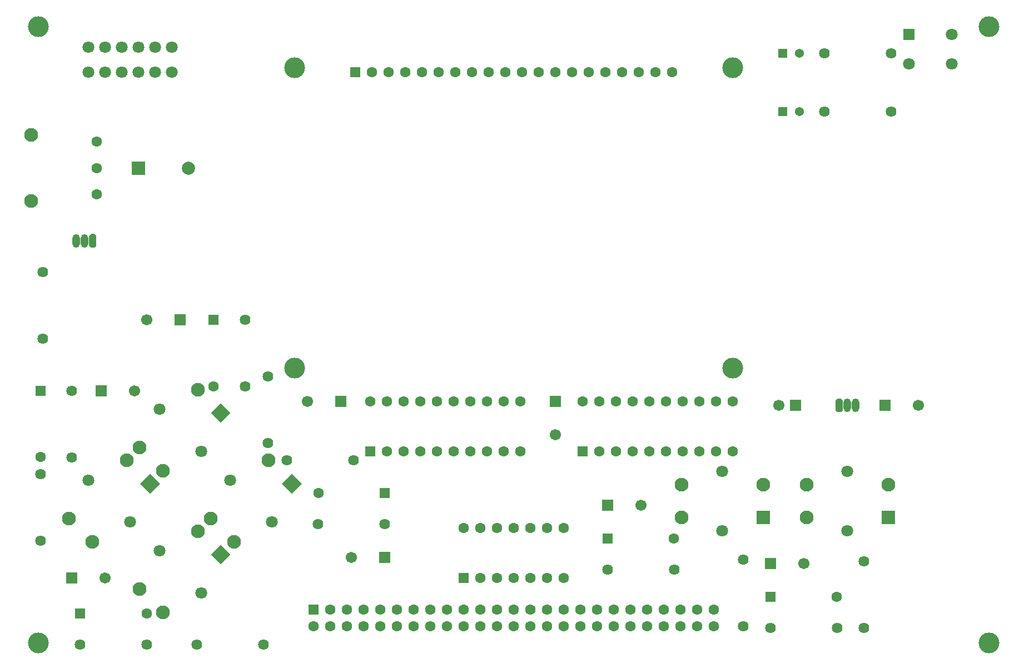
<source format=gbr>
G04 DipTrace 2.4.0.2*
%INTopMask.gbr*%
%MOIN*%
%ADD19R,0.063X0.063*%
%ADD30C,0.0787*%
%ADD31R,0.0787X0.0787*%
%ADD32R,0.0669X0.0669*%
%ADD34C,0.067*%
%ADD37C,0.125*%
%ADD38C,0.0709*%
%ADD50C,0.071*%
%ADD51C,0.0709*%
%ADD52R,0.0709X0.0709*%
%ADD53R,0.0827X0.0827*%
%ADD54C,0.0827*%
%ADD55C,0.064*%
%ADD56C,0.064*%
%ADD57O,0.0434X0.0827*%
%ADD58R,0.054X0.054*%
%ADD59C,0.054*%
%ADD60C,0.0631*%
%FSLAX44Y44*%
G04*
G70*
G90*
G75*
G01*
%LNTopMask*%
%LPD*%
D34*
X8000Y20875D3*
D32*
X10000D3*
D34*
X5500Y5375D3*
D32*
X3500D3*
D34*
X7250Y16625D3*
D32*
X5250D3*
D34*
X20250Y6625D3*
D32*
X22250D3*
D34*
X37625Y9750D3*
D32*
X35625D3*
D34*
X47375Y6250D3*
D32*
X45375D3*
D34*
X45875Y15750D3*
D32*
X46875D3*
D34*
X54250D3*
D32*
X52250D3*
D34*
X17630Y16000D3*
D32*
X19630D3*
D34*
X32500Y14000D3*
D32*
Y16000D3*
D19*
X12000Y20875D3*
D60*
Y16899D3*
D19*
X4000Y3250D3*
D60*
X7976D3*
D19*
X1625Y16625D3*
D60*
Y12649D3*
D19*
X22250Y10500D3*
D60*
X18274D3*
D19*
X35625Y7750D3*
D60*
X39601D3*
D19*
X45375Y4250D3*
D60*
X49351D3*
D59*
X47120Y36875D3*
D58*
X46120D3*
D59*
X47125Y33375D3*
D58*
X46125D3*
D37*
X1500Y38500D3*
Y1500D3*
X58500Y38500D3*
Y1500D3*
D19*
X18000Y3500D3*
D60*
Y2500D3*
X19000Y3500D3*
Y2500D3*
X20000Y3500D3*
Y2500D3*
X21000Y3500D3*
Y2500D3*
X22000Y3500D3*
Y2500D3*
X23000Y3500D3*
Y2500D3*
X24000Y3500D3*
Y2500D3*
X25000Y3500D3*
Y2500D3*
X26000Y3500D3*
Y2500D3*
X27000Y3500D3*
Y2500D3*
X28000Y3500D3*
Y2500D3*
X29000Y3500D3*
Y2500D3*
X30000Y3500D3*
Y2500D3*
X31000Y3500D3*
Y2500D3*
X32000Y3500D3*
Y2500D3*
X33000Y3500D3*
Y2500D3*
X34000Y3500D3*
Y2500D3*
X35000Y3500D3*
Y2500D3*
X36000Y3500D3*
Y2500D3*
X37000Y3500D3*
Y2500D3*
X38000Y3500D3*
Y2500D3*
X39000Y3500D3*
Y2500D3*
X40000Y3500D3*
Y2500D3*
X41000Y3500D3*
Y2500D3*
X42000Y3500D3*
Y2500D3*
D19*
X20500Y35750D3*
D60*
X21500D3*
X22500D3*
X23500D3*
X24500D3*
X25500D3*
X26500D3*
X27500D3*
X28500D3*
X29500D3*
X30500D3*
X31500D3*
X32500D3*
X33500D3*
X34500D3*
X35500D3*
X36500D3*
X37500D3*
X38500D3*
X39500D3*
D37*
X16870Y36026D3*
X43130D3*
X16870Y17994D3*
X43130D3*
D31*
X7504Y30000D3*
D30*
X10496D3*
G36*
X4967Y25929D2*
X4857Y26039D1*
X4643D1*
X4533Y25929D1*
Y25321D1*
X4643Y25211D1*
X4857D1*
X4967Y25321D1*
Y25929D1*
G37*
D57*
X4250Y25625D3*
X3750D3*
D56*
X15250Y13500D3*
D55*
Y17500D3*
D56*
X13875Y20875D3*
D55*
Y16875D3*
D56*
X15000Y1375D3*
D55*
X11000D3*
D56*
X4000D3*
D55*
X8000D3*
D56*
X1625Y7625D3*
D55*
Y11625D3*
D56*
X3500Y16625D3*
D55*
Y12625D3*
D56*
X20375Y12437D3*
D55*
X16375D3*
D56*
X22250Y8625D3*
D55*
X18250D3*
D56*
X43750Y2500D3*
D55*
Y6500D3*
D56*
X35625Y5875D3*
D55*
X39625D3*
D56*
X51000Y2375D3*
D55*
Y6375D3*
D56*
X45375Y2375D3*
D55*
X49375D3*
D56*
X48625Y33375D3*
D55*
X52625D3*
D56*
X48625Y36875D3*
D55*
X52625D3*
D56*
X1750Y19750D3*
D55*
Y23750D3*
D60*
X5000Y31575D3*
Y30000D3*
Y28425D3*
D54*
X1063Y31969D3*
Y28031D3*
G36*
X13021Y15294D2*
X12436Y14709D1*
X11851Y15294D1*
X12436Y15879D1*
X13021Y15294D1*
G37*
D54*
X8956Y11814D3*
X11044Y16686D3*
X7564Y13206D3*
D38*
X11253Y12997D3*
X8747Y15503D3*
G36*
X13021Y6794D2*
X12436Y6209D1*
X11851Y6794D1*
X12436Y7379D1*
X13021Y6794D1*
G37*
D54*
X8956Y3314D3*
X11044Y8186D3*
X7564Y4706D3*
D38*
X11253Y4497D3*
X8747Y7003D3*
G36*
X8771Y11044D2*
X8186Y10459D1*
X7601Y11044D1*
X8186Y11629D1*
X8771Y11044D1*
G37*
D54*
X4706Y7564D3*
X6794Y12436D3*
X3314Y8956D3*
D38*
X7003Y8747D3*
X4497Y11253D3*
G36*
X17271Y11044D2*
X16686Y10459D1*
X16101Y11044D1*
X16686Y11629D1*
X17271Y11044D1*
G37*
D54*
X13206Y7564D3*
X15294Y12436D3*
X11814Y8956D3*
D38*
X15503Y8747D3*
X12997Y11253D3*
D53*
X44961Y9016D3*
D54*
X40039D3*
X44961Y10984D3*
X40039D3*
D38*
X42500Y8228D3*
Y11772D3*
D53*
X52461Y9016D3*
D54*
X47539D3*
X52461Y10984D3*
X47539D3*
D38*
X50000Y8228D3*
Y11772D3*
D52*
X53691Y38022D3*
D51*
Y36250D3*
X56250D3*
Y38022D3*
D19*
X27000Y5375D3*
D60*
X28000D3*
X29000D3*
X30000D3*
X31000D3*
X32000D3*
X33000D3*
Y8375D3*
X32000D3*
X31000D3*
X30000D3*
X29000D3*
X28000D3*
X27000D3*
D50*
X9500Y37240D3*
X8500D3*
X7500D3*
X6500D3*
X5500D3*
X4500D3*
X9500Y35740D3*
X8500D3*
X7500D3*
X6500D3*
X5500D3*
X4500D3*
D19*
X21375Y13000D3*
D60*
X22375D3*
X23375D3*
X24375D3*
X25375D3*
X26375D3*
X27375D3*
X28375D3*
X29375D3*
X30375D3*
X21375Y16000D3*
X22375D3*
X23375D3*
X24375D3*
X25375D3*
X26375D3*
X27375D3*
X28375D3*
X29375D3*
X30375D3*
D19*
X34125Y13000D3*
D60*
X35125D3*
X36125D3*
X37125D3*
X38125D3*
X39125D3*
X40125D3*
X41125D3*
X42125D3*
X43125D3*
X34125Y16000D3*
X35125D3*
X36125D3*
X37125D3*
X38125D3*
X39125D3*
X40125D3*
X41125D3*
X42125D3*
X43125D3*
G36*
X49283Y15446D2*
X49393Y15336D1*
X49607D1*
X49717Y15446D1*
Y16054D1*
X49607Y16164D1*
X49393D1*
X49283Y16054D1*
Y15446D1*
G37*
D57*
X50000Y15750D3*
X50500D3*
M02*

</source>
